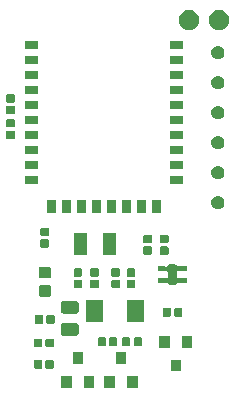
<source format=gbr>
G04 #@! TF.GenerationSoftware,KiCad,Pcbnew,(5.1.6)-1*
G04 #@! TF.CreationDate,2021-05-25T10:57:31+03:00*
G04 #@! TF.ProjectId,parasite,70617261-7369-4746-952e-6b696361645f,1.0.0*
G04 #@! TF.SameCoordinates,Original*
G04 #@! TF.FileFunction,Soldermask,Top*
G04 #@! TF.FilePolarity,Negative*
%FSLAX46Y46*%
G04 Gerber Fmt 4.6, Leading zero omitted, Abs format (unit mm)*
G04 Created by KiCad (PCBNEW (5.1.6)-1) date 2021-05-25 10:57:31*
%MOMM*%
%LPD*%
G01*
G04 APERTURE LIST*
%ADD10C,0.100000*%
G04 APERTURE END LIST*
D10*
G36*
X69851000Y-60201000D02*
G01*
X68949000Y-60201000D01*
X68949000Y-59199000D01*
X69851000Y-59199000D01*
X69851000Y-60201000D01*
G37*
G36*
X67951000Y-60201000D02*
G01*
X67049000Y-60201000D01*
X67049000Y-59199000D01*
X67951000Y-59199000D01*
X67951000Y-60201000D01*
G37*
G36*
X64301000Y-60201000D02*
G01*
X63399000Y-60201000D01*
X63399000Y-59199000D01*
X64301000Y-59199000D01*
X64301000Y-60201000D01*
G37*
G36*
X66201000Y-60201000D02*
G01*
X65299000Y-60201000D01*
X65299000Y-59199000D01*
X66201000Y-59199000D01*
X66201000Y-60201000D01*
G37*
G36*
X73551000Y-58801000D02*
G01*
X72649000Y-58801000D01*
X72649000Y-57799000D01*
X73551000Y-57799000D01*
X73551000Y-58801000D01*
G37*
G36*
X61686938Y-57831716D02*
G01*
X61707557Y-57837971D01*
X61726553Y-57848124D01*
X61743208Y-57861792D01*
X61756876Y-57878447D01*
X61767029Y-57897443D01*
X61773284Y-57918062D01*
X61776000Y-57945640D01*
X61776000Y-58454360D01*
X61773284Y-58481938D01*
X61767029Y-58502557D01*
X61756876Y-58521553D01*
X61743208Y-58538208D01*
X61726553Y-58551876D01*
X61707557Y-58562029D01*
X61686938Y-58568284D01*
X61659360Y-58571000D01*
X61200640Y-58571000D01*
X61173062Y-58568284D01*
X61152443Y-58562029D01*
X61133447Y-58551876D01*
X61116792Y-58538208D01*
X61103124Y-58521553D01*
X61092971Y-58502557D01*
X61086716Y-58481938D01*
X61084000Y-58454360D01*
X61084000Y-57945640D01*
X61086716Y-57918062D01*
X61092971Y-57897443D01*
X61103124Y-57878447D01*
X61116792Y-57861792D01*
X61133447Y-57848124D01*
X61152443Y-57837971D01*
X61173062Y-57831716D01*
X61200640Y-57829000D01*
X61659360Y-57829000D01*
X61686938Y-57831716D01*
G37*
G36*
X62656938Y-57831716D02*
G01*
X62677557Y-57837971D01*
X62696553Y-57848124D01*
X62713208Y-57861792D01*
X62726876Y-57878447D01*
X62737029Y-57897443D01*
X62743284Y-57918062D01*
X62746000Y-57945640D01*
X62746000Y-58454360D01*
X62743284Y-58481938D01*
X62737029Y-58502557D01*
X62726876Y-58521553D01*
X62713208Y-58538208D01*
X62696553Y-58551876D01*
X62677557Y-58562029D01*
X62656938Y-58568284D01*
X62629360Y-58571000D01*
X62170640Y-58571000D01*
X62143062Y-58568284D01*
X62122443Y-58562029D01*
X62103447Y-58551876D01*
X62086792Y-58538208D01*
X62073124Y-58521553D01*
X62062971Y-58502557D01*
X62056716Y-58481938D01*
X62054000Y-58454360D01*
X62054000Y-57945640D01*
X62056716Y-57918062D01*
X62062971Y-57897443D01*
X62073124Y-57878447D01*
X62086792Y-57861792D01*
X62103447Y-57848124D01*
X62122443Y-57837971D01*
X62143062Y-57831716D01*
X62170640Y-57829000D01*
X62629360Y-57829000D01*
X62656938Y-57831716D01*
G37*
G36*
X68901000Y-58201000D02*
G01*
X67999000Y-58201000D01*
X67999000Y-57199000D01*
X68901000Y-57199000D01*
X68901000Y-58201000D01*
G37*
G36*
X65251000Y-58201000D02*
G01*
X64349000Y-58201000D01*
X64349000Y-57199000D01*
X65251000Y-57199000D01*
X65251000Y-58201000D01*
G37*
G36*
X74501000Y-56801000D02*
G01*
X73599000Y-56801000D01*
X73599000Y-55799000D01*
X74501000Y-55799000D01*
X74501000Y-56801000D01*
G37*
G36*
X72601000Y-56801000D02*
G01*
X71699000Y-56801000D01*
X71699000Y-55799000D01*
X72601000Y-55799000D01*
X72601000Y-56801000D01*
G37*
G36*
X61686938Y-56031716D02*
G01*
X61707557Y-56037971D01*
X61726553Y-56048124D01*
X61743208Y-56061792D01*
X61756876Y-56078447D01*
X61767029Y-56097443D01*
X61773284Y-56118062D01*
X61776000Y-56145640D01*
X61776000Y-56654360D01*
X61773284Y-56681938D01*
X61767029Y-56702557D01*
X61756876Y-56721553D01*
X61743208Y-56738208D01*
X61726553Y-56751876D01*
X61707557Y-56762029D01*
X61686938Y-56768284D01*
X61659360Y-56771000D01*
X61200640Y-56771000D01*
X61173062Y-56768284D01*
X61152443Y-56762029D01*
X61133447Y-56751876D01*
X61116792Y-56738208D01*
X61103124Y-56721553D01*
X61092971Y-56702557D01*
X61086716Y-56681938D01*
X61084000Y-56654360D01*
X61084000Y-56145640D01*
X61086716Y-56118062D01*
X61092971Y-56097443D01*
X61103124Y-56078447D01*
X61116792Y-56061792D01*
X61133447Y-56048124D01*
X61152443Y-56037971D01*
X61173062Y-56031716D01*
X61200640Y-56029000D01*
X61659360Y-56029000D01*
X61686938Y-56031716D01*
G37*
G36*
X62656938Y-56031716D02*
G01*
X62677557Y-56037971D01*
X62696553Y-56048124D01*
X62713208Y-56061792D01*
X62726876Y-56078447D01*
X62737029Y-56097443D01*
X62743284Y-56118062D01*
X62746000Y-56145640D01*
X62746000Y-56654360D01*
X62743284Y-56681938D01*
X62737029Y-56702557D01*
X62726876Y-56721553D01*
X62713208Y-56738208D01*
X62696553Y-56751876D01*
X62677557Y-56762029D01*
X62656938Y-56768284D01*
X62629360Y-56771000D01*
X62170640Y-56771000D01*
X62143062Y-56768284D01*
X62122443Y-56762029D01*
X62103447Y-56751876D01*
X62086792Y-56738208D01*
X62073124Y-56721553D01*
X62062971Y-56702557D01*
X62056716Y-56681938D01*
X62054000Y-56654360D01*
X62054000Y-56145640D01*
X62056716Y-56118062D01*
X62062971Y-56097443D01*
X62073124Y-56078447D01*
X62086792Y-56061792D01*
X62103447Y-56048124D01*
X62122443Y-56037971D01*
X62143062Y-56031716D01*
X62170640Y-56029000D01*
X62629360Y-56029000D01*
X62656938Y-56031716D01*
G37*
G36*
X69156938Y-55931716D02*
G01*
X69177557Y-55937971D01*
X69196553Y-55948124D01*
X69213208Y-55961792D01*
X69226876Y-55978447D01*
X69237029Y-55997443D01*
X69243284Y-56018062D01*
X69246000Y-56045640D01*
X69246000Y-56554360D01*
X69243284Y-56581938D01*
X69237029Y-56602557D01*
X69226876Y-56621553D01*
X69213208Y-56638208D01*
X69196553Y-56651876D01*
X69177557Y-56662029D01*
X69156938Y-56668284D01*
X69129360Y-56671000D01*
X68670640Y-56671000D01*
X68643062Y-56668284D01*
X68622443Y-56662029D01*
X68603447Y-56651876D01*
X68586792Y-56638208D01*
X68573124Y-56621553D01*
X68562971Y-56602557D01*
X68556716Y-56581938D01*
X68554000Y-56554360D01*
X68554000Y-56045640D01*
X68556716Y-56018062D01*
X68562971Y-55997443D01*
X68573124Y-55978447D01*
X68586792Y-55961792D01*
X68603447Y-55948124D01*
X68622443Y-55937971D01*
X68643062Y-55931716D01*
X68670640Y-55929000D01*
X69129360Y-55929000D01*
X69156938Y-55931716D01*
G37*
G36*
X70126938Y-55931716D02*
G01*
X70147557Y-55937971D01*
X70166553Y-55948124D01*
X70183208Y-55961792D01*
X70196876Y-55978447D01*
X70207029Y-55997443D01*
X70213284Y-56018062D01*
X70216000Y-56045640D01*
X70216000Y-56554360D01*
X70213284Y-56581938D01*
X70207029Y-56602557D01*
X70196876Y-56621553D01*
X70183208Y-56638208D01*
X70166553Y-56651876D01*
X70147557Y-56662029D01*
X70126938Y-56668284D01*
X70099360Y-56671000D01*
X69640640Y-56671000D01*
X69613062Y-56668284D01*
X69592443Y-56662029D01*
X69573447Y-56651876D01*
X69556792Y-56638208D01*
X69543124Y-56621553D01*
X69532971Y-56602557D01*
X69526716Y-56581938D01*
X69524000Y-56554360D01*
X69524000Y-56045640D01*
X69526716Y-56018062D01*
X69532971Y-55997443D01*
X69543124Y-55978447D01*
X69556792Y-55961792D01*
X69573447Y-55948124D01*
X69592443Y-55937971D01*
X69613062Y-55931716D01*
X69640640Y-55929000D01*
X70099360Y-55929000D01*
X70126938Y-55931716D01*
G37*
G36*
X68041938Y-55931716D02*
G01*
X68062557Y-55937971D01*
X68081553Y-55948124D01*
X68098208Y-55961792D01*
X68111876Y-55978447D01*
X68122029Y-55997443D01*
X68128284Y-56018062D01*
X68131000Y-56045640D01*
X68131000Y-56554360D01*
X68128284Y-56581938D01*
X68122029Y-56602557D01*
X68111876Y-56621553D01*
X68098208Y-56638208D01*
X68081553Y-56651876D01*
X68062557Y-56662029D01*
X68041938Y-56668284D01*
X68014360Y-56671000D01*
X67555640Y-56671000D01*
X67528062Y-56668284D01*
X67507443Y-56662029D01*
X67488447Y-56651876D01*
X67471792Y-56638208D01*
X67458124Y-56621553D01*
X67447971Y-56602557D01*
X67441716Y-56581938D01*
X67439000Y-56554360D01*
X67439000Y-56045640D01*
X67441716Y-56018062D01*
X67447971Y-55997443D01*
X67458124Y-55978447D01*
X67471792Y-55961792D01*
X67488447Y-55948124D01*
X67507443Y-55937971D01*
X67528062Y-55931716D01*
X67555640Y-55929000D01*
X68014360Y-55929000D01*
X68041938Y-55931716D01*
G37*
G36*
X67071938Y-55931716D02*
G01*
X67092557Y-55937971D01*
X67111553Y-55948124D01*
X67128208Y-55961792D01*
X67141876Y-55978447D01*
X67152029Y-55997443D01*
X67158284Y-56018062D01*
X67161000Y-56045640D01*
X67161000Y-56554360D01*
X67158284Y-56581938D01*
X67152029Y-56602557D01*
X67141876Y-56621553D01*
X67128208Y-56638208D01*
X67111553Y-56651876D01*
X67092557Y-56662029D01*
X67071938Y-56668284D01*
X67044360Y-56671000D01*
X66585640Y-56671000D01*
X66558062Y-56668284D01*
X66537443Y-56662029D01*
X66518447Y-56651876D01*
X66501792Y-56638208D01*
X66488124Y-56621553D01*
X66477971Y-56602557D01*
X66471716Y-56581938D01*
X66469000Y-56554360D01*
X66469000Y-56045640D01*
X66471716Y-56018062D01*
X66477971Y-55997443D01*
X66488124Y-55978447D01*
X66501792Y-55961792D01*
X66518447Y-55948124D01*
X66537443Y-55937971D01*
X66558062Y-55931716D01*
X66585640Y-55929000D01*
X67044360Y-55929000D01*
X67071938Y-55931716D01*
G37*
G36*
X64684468Y-54703565D02*
G01*
X64723138Y-54715296D01*
X64758777Y-54734346D01*
X64790017Y-54759983D01*
X64815654Y-54791223D01*
X64834704Y-54826862D01*
X64846435Y-54865532D01*
X64851000Y-54911888D01*
X64851000Y-55563112D01*
X64846435Y-55609468D01*
X64834704Y-55648138D01*
X64815654Y-55683777D01*
X64790017Y-55715017D01*
X64758777Y-55740654D01*
X64723138Y-55759704D01*
X64684468Y-55771435D01*
X64638112Y-55776000D01*
X63561888Y-55776000D01*
X63515532Y-55771435D01*
X63476862Y-55759704D01*
X63441223Y-55740654D01*
X63409983Y-55715017D01*
X63384346Y-55683777D01*
X63365296Y-55648138D01*
X63353565Y-55609468D01*
X63349000Y-55563112D01*
X63349000Y-54911888D01*
X63353565Y-54865532D01*
X63365296Y-54826862D01*
X63384346Y-54791223D01*
X63409983Y-54759983D01*
X63441223Y-54734346D01*
X63476862Y-54715296D01*
X63515532Y-54703565D01*
X63561888Y-54699000D01*
X64638112Y-54699000D01*
X64684468Y-54703565D01*
G37*
G36*
X62741938Y-54031716D02*
G01*
X62762557Y-54037971D01*
X62781553Y-54048124D01*
X62798208Y-54061792D01*
X62811876Y-54078447D01*
X62822029Y-54097443D01*
X62828284Y-54118062D01*
X62831000Y-54145640D01*
X62831000Y-54654360D01*
X62828284Y-54681938D01*
X62822029Y-54702557D01*
X62811876Y-54721553D01*
X62798208Y-54738208D01*
X62781553Y-54751876D01*
X62762557Y-54762029D01*
X62741938Y-54768284D01*
X62714360Y-54771000D01*
X62255640Y-54771000D01*
X62228062Y-54768284D01*
X62207443Y-54762029D01*
X62188447Y-54751876D01*
X62171792Y-54738208D01*
X62158124Y-54721553D01*
X62147971Y-54702557D01*
X62141716Y-54681938D01*
X62139000Y-54654360D01*
X62139000Y-54145640D01*
X62141716Y-54118062D01*
X62147971Y-54097443D01*
X62158124Y-54078447D01*
X62171792Y-54061792D01*
X62188447Y-54048124D01*
X62207443Y-54037971D01*
X62228062Y-54031716D01*
X62255640Y-54029000D01*
X62714360Y-54029000D01*
X62741938Y-54031716D01*
G37*
G36*
X61771938Y-54031716D02*
G01*
X61792557Y-54037971D01*
X61811553Y-54048124D01*
X61828208Y-54061792D01*
X61841876Y-54078447D01*
X61852029Y-54097443D01*
X61858284Y-54118062D01*
X61861000Y-54145640D01*
X61861000Y-54654360D01*
X61858284Y-54681938D01*
X61852029Y-54702557D01*
X61841876Y-54721553D01*
X61828208Y-54738208D01*
X61811553Y-54751876D01*
X61792557Y-54762029D01*
X61771938Y-54768284D01*
X61744360Y-54771000D01*
X61285640Y-54771000D01*
X61258062Y-54768284D01*
X61237443Y-54762029D01*
X61218447Y-54751876D01*
X61201792Y-54738208D01*
X61188124Y-54721553D01*
X61177971Y-54702557D01*
X61171716Y-54681938D01*
X61169000Y-54654360D01*
X61169000Y-54145640D01*
X61171716Y-54118062D01*
X61177971Y-54097443D01*
X61188124Y-54078447D01*
X61201792Y-54061792D01*
X61218447Y-54048124D01*
X61237443Y-54037971D01*
X61258062Y-54031716D01*
X61285640Y-54029000D01*
X61744360Y-54029000D01*
X61771938Y-54031716D01*
G37*
G36*
X70401000Y-54601000D02*
G01*
X68999000Y-54601000D01*
X68999000Y-52799000D01*
X70401000Y-52799000D01*
X70401000Y-54601000D01*
G37*
G36*
X66901000Y-54601000D02*
G01*
X65499000Y-54601000D01*
X65499000Y-52799000D01*
X66901000Y-52799000D01*
X66901000Y-54601000D01*
G37*
G36*
X72586938Y-53431716D02*
G01*
X72607557Y-53437971D01*
X72626553Y-53448124D01*
X72643208Y-53461792D01*
X72656876Y-53478447D01*
X72667029Y-53497443D01*
X72673284Y-53518062D01*
X72676000Y-53545640D01*
X72676000Y-54054360D01*
X72673284Y-54081938D01*
X72667029Y-54102557D01*
X72656876Y-54121553D01*
X72643208Y-54138208D01*
X72626553Y-54151876D01*
X72607557Y-54162029D01*
X72586938Y-54168284D01*
X72559360Y-54171000D01*
X72100640Y-54171000D01*
X72073062Y-54168284D01*
X72052443Y-54162029D01*
X72033447Y-54151876D01*
X72016792Y-54138208D01*
X72003124Y-54121553D01*
X71992971Y-54102557D01*
X71986716Y-54081938D01*
X71984000Y-54054360D01*
X71984000Y-53545640D01*
X71986716Y-53518062D01*
X71992971Y-53497443D01*
X72003124Y-53478447D01*
X72016792Y-53461792D01*
X72033447Y-53448124D01*
X72052443Y-53437971D01*
X72073062Y-53431716D01*
X72100640Y-53429000D01*
X72559360Y-53429000D01*
X72586938Y-53431716D01*
G37*
G36*
X73556938Y-53431716D02*
G01*
X73577557Y-53437971D01*
X73596553Y-53448124D01*
X73613208Y-53461792D01*
X73626876Y-53478447D01*
X73637029Y-53497443D01*
X73643284Y-53518062D01*
X73646000Y-53545640D01*
X73646000Y-54054360D01*
X73643284Y-54081938D01*
X73637029Y-54102557D01*
X73626876Y-54121553D01*
X73613208Y-54138208D01*
X73596553Y-54151876D01*
X73577557Y-54162029D01*
X73556938Y-54168284D01*
X73529360Y-54171000D01*
X73070640Y-54171000D01*
X73043062Y-54168284D01*
X73022443Y-54162029D01*
X73003447Y-54151876D01*
X72986792Y-54138208D01*
X72973124Y-54121553D01*
X72962971Y-54102557D01*
X72956716Y-54081938D01*
X72954000Y-54054360D01*
X72954000Y-53545640D01*
X72956716Y-53518062D01*
X72962971Y-53497443D01*
X72973124Y-53478447D01*
X72986792Y-53461792D01*
X73003447Y-53448124D01*
X73022443Y-53437971D01*
X73043062Y-53431716D01*
X73070640Y-53429000D01*
X73529360Y-53429000D01*
X73556938Y-53431716D01*
G37*
G36*
X64684468Y-52828565D02*
G01*
X64723138Y-52840296D01*
X64758777Y-52859346D01*
X64790017Y-52884983D01*
X64815654Y-52916223D01*
X64834704Y-52951862D01*
X64846435Y-52990532D01*
X64851000Y-53036888D01*
X64851000Y-53688112D01*
X64846435Y-53734468D01*
X64834704Y-53773138D01*
X64815654Y-53808777D01*
X64790017Y-53840017D01*
X64758777Y-53865654D01*
X64723138Y-53884704D01*
X64684468Y-53896435D01*
X64638112Y-53901000D01*
X63561888Y-53901000D01*
X63515532Y-53896435D01*
X63476862Y-53884704D01*
X63441223Y-53865654D01*
X63409983Y-53840017D01*
X63384346Y-53808777D01*
X63365296Y-53773138D01*
X63353565Y-53734468D01*
X63349000Y-53688112D01*
X63349000Y-53036888D01*
X63353565Y-52990532D01*
X63365296Y-52951862D01*
X63384346Y-52916223D01*
X63409983Y-52884983D01*
X63441223Y-52859346D01*
X63476862Y-52840296D01*
X63515532Y-52828565D01*
X63561888Y-52824000D01*
X64638112Y-52824000D01*
X64684468Y-52828565D01*
G37*
G36*
X62379591Y-51515585D02*
G01*
X62413569Y-51525893D01*
X62444890Y-51542634D01*
X62472339Y-51565161D01*
X62494866Y-51592610D01*
X62511607Y-51623931D01*
X62521915Y-51657909D01*
X62526000Y-51699390D01*
X62526000Y-52300610D01*
X62521915Y-52342091D01*
X62511607Y-52376069D01*
X62494866Y-52407390D01*
X62472339Y-52434839D01*
X62444890Y-52457366D01*
X62413569Y-52474107D01*
X62379591Y-52484415D01*
X62338110Y-52488500D01*
X61661890Y-52488500D01*
X61620409Y-52484415D01*
X61586431Y-52474107D01*
X61555110Y-52457366D01*
X61527661Y-52434839D01*
X61505134Y-52407390D01*
X61488393Y-52376069D01*
X61478085Y-52342091D01*
X61474000Y-52300610D01*
X61474000Y-51699390D01*
X61478085Y-51657909D01*
X61488393Y-51623931D01*
X61505134Y-51592610D01*
X61527661Y-51565161D01*
X61555110Y-51542634D01*
X61586431Y-51525893D01*
X61620409Y-51515585D01*
X61661890Y-51511500D01*
X62338110Y-51511500D01*
X62379591Y-51515585D01*
G37*
G36*
X65081938Y-51056716D02*
G01*
X65102557Y-51062971D01*
X65121553Y-51073124D01*
X65138208Y-51086792D01*
X65151876Y-51103447D01*
X65162029Y-51122443D01*
X65168284Y-51143062D01*
X65171000Y-51170640D01*
X65171000Y-51629360D01*
X65168284Y-51656938D01*
X65162029Y-51677557D01*
X65151876Y-51696553D01*
X65138208Y-51713208D01*
X65121553Y-51726876D01*
X65102557Y-51737029D01*
X65081938Y-51743284D01*
X65054360Y-51746000D01*
X64545640Y-51746000D01*
X64518062Y-51743284D01*
X64497443Y-51737029D01*
X64478447Y-51726876D01*
X64461792Y-51713208D01*
X64448124Y-51696553D01*
X64437971Y-51677557D01*
X64431716Y-51656938D01*
X64429000Y-51629360D01*
X64429000Y-51170640D01*
X64431716Y-51143062D01*
X64437971Y-51122443D01*
X64448124Y-51103447D01*
X64461792Y-51086792D01*
X64478447Y-51073124D01*
X64497443Y-51062971D01*
X64518062Y-51056716D01*
X64545640Y-51054000D01*
X65054360Y-51054000D01*
X65081938Y-51056716D01*
G37*
G36*
X68281938Y-51056716D02*
G01*
X68302557Y-51062971D01*
X68321553Y-51073124D01*
X68338208Y-51086792D01*
X68351876Y-51103447D01*
X68362029Y-51122443D01*
X68368284Y-51143062D01*
X68371000Y-51170640D01*
X68371000Y-51629360D01*
X68368284Y-51656938D01*
X68362029Y-51677557D01*
X68351876Y-51696553D01*
X68338208Y-51713208D01*
X68321553Y-51726876D01*
X68302557Y-51737029D01*
X68281938Y-51743284D01*
X68254360Y-51746000D01*
X67745640Y-51746000D01*
X67718062Y-51743284D01*
X67697443Y-51737029D01*
X67678447Y-51726876D01*
X67661792Y-51713208D01*
X67648124Y-51696553D01*
X67637971Y-51677557D01*
X67631716Y-51656938D01*
X67629000Y-51629360D01*
X67629000Y-51170640D01*
X67631716Y-51143062D01*
X67637971Y-51122443D01*
X67648124Y-51103447D01*
X67661792Y-51086792D01*
X67678447Y-51073124D01*
X67697443Y-51062971D01*
X67718062Y-51056716D01*
X67745640Y-51054000D01*
X68254360Y-51054000D01*
X68281938Y-51056716D01*
G37*
G36*
X69581938Y-51056716D02*
G01*
X69602557Y-51062971D01*
X69621553Y-51073124D01*
X69638208Y-51086792D01*
X69651876Y-51103447D01*
X69662029Y-51122443D01*
X69668284Y-51143062D01*
X69671000Y-51170640D01*
X69671000Y-51629360D01*
X69668284Y-51656938D01*
X69662029Y-51677557D01*
X69651876Y-51696553D01*
X69638208Y-51713208D01*
X69621553Y-51726876D01*
X69602557Y-51737029D01*
X69581938Y-51743284D01*
X69554360Y-51746000D01*
X69045640Y-51746000D01*
X69018062Y-51743284D01*
X68997443Y-51737029D01*
X68978447Y-51726876D01*
X68961792Y-51713208D01*
X68948124Y-51696553D01*
X68937971Y-51677557D01*
X68931716Y-51656938D01*
X68929000Y-51629360D01*
X68929000Y-51170640D01*
X68931716Y-51143062D01*
X68937971Y-51122443D01*
X68948124Y-51103447D01*
X68961792Y-51086792D01*
X68978447Y-51073124D01*
X68997443Y-51062971D01*
X69018062Y-51056716D01*
X69045640Y-51054000D01*
X69554360Y-51054000D01*
X69581938Y-51056716D01*
G37*
G36*
X66481938Y-51056716D02*
G01*
X66502557Y-51062971D01*
X66521553Y-51073124D01*
X66538208Y-51086792D01*
X66551876Y-51103447D01*
X66562029Y-51122443D01*
X66568284Y-51143062D01*
X66571000Y-51170640D01*
X66571000Y-51629360D01*
X66568284Y-51656938D01*
X66562029Y-51677557D01*
X66551876Y-51696553D01*
X66538208Y-51713208D01*
X66521553Y-51726876D01*
X66502557Y-51737029D01*
X66481938Y-51743284D01*
X66454360Y-51746000D01*
X65945640Y-51746000D01*
X65918062Y-51743284D01*
X65897443Y-51737029D01*
X65878447Y-51726876D01*
X65861792Y-51713208D01*
X65848124Y-51696553D01*
X65837971Y-51677557D01*
X65831716Y-51656938D01*
X65829000Y-51629360D01*
X65829000Y-51170640D01*
X65831716Y-51143062D01*
X65837971Y-51122443D01*
X65848124Y-51103447D01*
X65861792Y-51086792D01*
X65878447Y-51073124D01*
X65897443Y-51062971D01*
X65918062Y-51056716D01*
X65945640Y-51054000D01*
X66454360Y-51054000D01*
X66481938Y-51056716D01*
G37*
G36*
X73089802Y-49752244D02*
G01*
X73115579Y-49760064D01*
X73139333Y-49772761D01*
X73160153Y-49789847D01*
X73177239Y-49810667D01*
X73189936Y-49834422D01*
X73194717Y-49850180D01*
X73204095Y-49872819D01*
X73217709Y-49893193D01*
X73235037Y-49910519D01*
X73255412Y-49924133D01*
X73278051Y-49933509D01*
X73302084Y-49938289D01*
X73326588Y-49938289D01*
X73350621Y-49933508D01*
X73373260Y-49924130D01*
X73393634Y-49910516D01*
X73410959Y-49893190D01*
X73414219Y-49889217D01*
X73421776Y-49883016D01*
X73430405Y-49878403D01*
X73439768Y-49875563D01*
X73455640Y-49874000D01*
X73994360Y-49874000D01*
X74010232Y-49875563D01*
X74019595Y-49878403D01*
X74028224Y-49883016D01*
X74035782Y-49889218D01*
X74041984Y-49896776D01*
X74046597Y-49905405D01*
X74049437Y-49914768D01*
X74051000Y-49930640D01*
X74051000Y-50269360D01*
X74049437Y-50285232D01*
X74046597Y-50294595D01*
X74041984Y-50303224D01*
X74035782Y-50310782D01*
X74028224Y-50316984D01*
X74019595Y-50321597D01*
X74010232Y-50324437D01*
X73994360Y-50326000D01*
X73455640Y-50326000D01*
X73439768Y-50324437D01*
X73430405Y-50321597D01*
X73421779Y-50316986D01*
X73405296Y-50303459D01*
X73384921Y-50289846D01*
X73362282Y-50280469D01*
X73338249Y-50275689D01*
X73313745Y-50275689D01*
X73289711Y-50280470D01*
X73267073Y-50289848D01*
X73246699Y-50303462D01*
X73229372Y-50320789D01*
X73215759Y-50341164D01*
X73206382Y-50363803D01*
X73201000Y-50400086D01*
X73201000Y-50799914D01*
X73203402Y-50824300D01*
X73210515Y-50847749D01*
X73222066Y-50869360D01*
X73237611Y-50888302D01*
X73256553Y-50903847D01*
X73278164Y-50915398D01*
X73301613Y-50922511D01*
X73325999Y-50924913D01*
X73350385Y-50922511D01*
X73373834Y-50915398D01*
X73405296Y-50896541D01*
X73421779Y-50883014D01*
X73430405Y-50878403D01*
X73439768Y-50875563D01*
X73455640Y-50874000D01*
X73994360Y-50874000D01*
X74010232Y-50875563D01*
X74019595Y-50878403D01*
X74028224Y-50883016D01*
X74035782Y-50889218D01*
X74041984Y-50896776D01*
X74046597Y-50905405D01*
X74049437Y-50914768D01*
X74051000Y-50930640D01*
X74051000Y-51269360D01*
X74049437Y-51285232D01*
X74046597Y-51294595D01*
X74041984Y-51303224D01*
X74035782Y-51310782D01*
X74028224Y-51316984D01*
X74019595Y-51321597D01*
X74010232Y-51324437D01*
X73994360Y-51326000D01*
X73455640Y-51326000D01*
X73439768Y-51324437D01*
X73430405Y-51321597D01*
X73421776Y-51316984D01*
X73414219Y-51310783D01*
X73410959Y-51306810D01*
X73393632Y-51289483D01*
X73373258Y-51275869D01*
X73350619Y-51266492D01*
X73326586Y-51261711D01*
X73302082Y-51261711D01*
X73278048Y-51266491D01*
X73255410Y-51275868D01*
X73235035Y-51289482D01*
X73217708Y-51306809D01*
X73204094Y-51327183D01*
X73194717Y-51349820D01*
X73189936Y-51365578D01*
X73177239Y-51389333D01*
X73160153Y-51410153D01*
X73139333Y-51427239D01*
X73115579Y-51439936D01*
X73089802Y-51447756D01*
X73056862Y-51451000D01*
X72543138Y-51451000D01*
X72510198Y-51447756D01*
X72484421Y-51439936D01*
X72460667Y-51427239D01*
X72439847Y-51410153D01*
X72422761Y-51389333D01*
X72410064Y-51365578D01*
X72405283Y-51349820D01*
X72395905Y-51327181D01*
X72382291Y-51306807D01*
X72364963Y-51289481D01*
X72344588Y-51275867D01*
X72321949Y-51266491D01*
X72297916Y-51261711D01*
X72273412Y-51261711D01*
X72249379Y-51266492D01*
X72226740Y-51275870D01*
X72206366Y-51289484D01*
X72189041Y-51306810D01*
X72185781Y-51310783D01*
X72178224Y-51316984D01*
X72169595Y-51321597D01*
X72160232Y-51324437D01*
X72144360Y-51326000D01*
X71605640Y-51326000D01*
X71589768Y-51324437D01*
X71580405Y-51321597D01*
X71571776Y-51316984D01*
X71564218Y-51310782D01*
X71558016Y-51303224D01*
X71553403Y-51294595D01*
X71550563Y-51285232D01*
X71549000Y-51269360D01*
X71549000Y-50930640D01*
X71550563Y-50914768D01*
X71553403Y-50905405D01*
X71558016Y-50896776D01*
X71564218Y-50889218D01*
X71571776Y-50883016D01*
X71580405Y-50878403D01*
X71589768Y-50875563D01*
X71605640Y-50874000D01*
X72144360Y-50874000D01*
X72160232Y-50875563D01*
X72169595Y-50878403D01*
X72178221Y-50883014D01*
X72194704Y-50896541D01*
X72215079Y-50910154D01*
X72237718Y-50919531D01*
X72261751Y-50924311D01*
X72286255Y-50924311D01*
X72310289Y-50919530D01*
X72332927Y-50910152D01*
X72353301Y-50896538D01*
X72370628Y-50879211D01*
X72384241Y-50858836D01*
X72393618Y-50836197D01*
X72399000Y-50799914D01*
X72399000Y-50400086D01*
X72396598Y-50375700D01*
X72389485Y-50352251D01*
X72377934Y-50330640D01*
X72362389Y-50311698D01*
X72343447Y-50296153D01*
X72321836Y-50284602D01*
X72298387Y-50277489D01*
X72274001Y-50275087D01*
X72249615Y-50277489D01*
X72226166Y-50284602D01*
X72194704Y-50303459D01*
X72178221Y-50316986D01*
X72169595Y-50321597D01*
X72160232Y-50324437D01*
X72144360Y-50326000D01*
X71605640Y-50326000D01*
X71589768Y-50324437D01*
X71580405Y-50321597D01*
X71571776Y-50316984D01*
X71564218Y-50310782D01*
X71558016Y-50303224D01*
X71553403Y-50294595D01*
X71550563Y-50285232D01*
X71549000Y-50269360D01*
X71549000Y-49930640D01*
X71550563Y-49914768D01*
X71553403Y-49905405D01*
X71558016Y-49896776D01*
X71564218Y-49889218D01*
X71571776Y-49883016D01*
X71580405Y-49878403D01*
X71589768Y-49875563D01*
X71605640Y-49874000D01*
X72144360Y-49874000D01*
X72160232Y-49875563D01*
X72169595Y-49878403D01*
X72178224Y-49883016D01*
X72185781Y-49889217D01*
X72189041Y-49893190D01*
X72206368Y-49910517D01*
X72226742Y-49924131D01*
X72249381Y-49933508D01*
X72273414Y-49938289D01*
X72297918Y-49938289D01*
X72321952Y-49933509D01*
X72344590Y-49924132D01*
X72364965Y-49910518D01*
X72382292Y-49893191D01*
X72395906Y-49872817D01*
X72405283Y-49850180D01*
X72410064Y-49834422D01*
X72422761Y-49810667D01*
X72439847Y-49789847D01*
X72460667Y-49772761D01*
X72484421Y-49760064D01*
X72510198Y-49752244D01*
X72543138Y-49749000D01*
X73056862Y-49749000D01*
X73089802Y-49752244D01*
G37*
G36*
X62379591Y-49940585D02*
G01*
X62413569Y-49950893D01*
X62444890Y-49967634D01*
X62472339Y-49990161D01*
X62494866Y-50017610D01*
X62511607Y-50048931D01*
X62521915Y-50082909D01*
X62526000Y-50124390D01*
X62526000Y-50725610D01*
X62521915Y-50767091D01*
X62511607Y-50801069D01*
X62494866Y-50832390D01*
X62472339Y-50859839D01*
X62444890Y-50882366D01*
X62413569Y-50899107D01*
X62379591Y-50909415D01*
X62338110Y-50913500D01*
X61661890Y-50913500D01*
X61620409Y-50909415D01*
X61586431Y-50899107D01*
X61555110Y-50882366D01*
X61527661Y-50859839D01*
X61505134Y-50832390D01*
X61488393Y-50801069D01*
X61478085Y-50767091D01*
X61474000Y-50725610D01*
X61474000Y-50124390D01*
X61478085Y-50082909D01*
X61488393Y-50048931D01*
X61505134Y-50017610D01*
X61527661Y-49990161D01*
X61555110Y-49967634D01*
X61586431Y-49950893D01*
X61620409Y-49940585D01*
X61661890Y-49936500D01*
X62338110Y-49936500D01*
X62379591Y-49940585D01*
G37*
G36*
X68281938Y-50086716D02*
G01*
X68302557Y-50092971D01*
X68321553Y-50103124D01*
X68338208Y-50116792D01*
X68351876Y-50133447D01*
X68362029Y-50152443D01*
X68368284Y-50173062D01*
X68371000Y-50200640D01*
X68371000Y-50659360D01*
X68368284Y-50686938D01*
X68362029Y-50707557D01*
X68351876Y-50726553D01*
X68338208Y-50743208D01*
X68321553Y-50756876D01*
X68302557Y-50767029D01*
X68281938Y-50773284D01*
X68254360Y-50776000D01*
X67745640Y-50776000D01*
X67718062Y-50773284D01*
X67697443Y-50767029D01*
X67678447Y-50756876D01*
X67661792Y-50743208D01*
X67648124Y-50726553D01*
X67637971Y-50707557D01*
X67631716Y-50686938D01*
X67629000Y-50659360D01*
X67629000Y-50200640D01*
X67631716Y-50173062D01*
X67637971Y-50152443D01*
X67648124Y-50133447D01*
X67661792Y-50116792D01*
X67678447Y-50103124D01*
X67697443Y-50092971D01*
X67718062Y-50086716D01*
X67745640Y-50084000D01*
X68254360Y-50084000D01*
X68281938Y-50086716D01*
G37*
G36*
X65081938Y-50086716D02*
G01*
X65102557Y-50092971D01*
X65121553Y-50103124D01*
X65138208Y-50116792D01*
X65151876Y-50133447D01*
X65162029Y-50152443D01*
X65168284Y-50173062D01*
X65171000Y-50200640D01*
X65171000Y-50659360D01*
X65168284Y-50686938D01*
X65162029Y-50707557D01*
X65151876Y-50726553D01*
X65138208Y-50743208D01*
X65121553Y-50756876D01*
X65102557Y-50767029D01*
X65081938Y-50773284D01*
X65054360Y-50776000D01*
X64545640Y-50776000D01*
X64518062Y-50773284D01*
X64497443Y-50767029D01*
X64478447Y-50756876D01*
X64461792Y-50743208D01*
X64448124Y-50726553D01*
X64437971Y-50707557D01*
X64431716Y-50686938D01*
X64429000Y-50659360D01*
X64429000Y-50200640D01*
X64431716Y-50173062D01*
X64437971Y-50152443D01*
X64448124Y-50133447D01*
X64461792Y-50116792D01*
X64478447Y-50103124D01*
X64497443Y-50092971D01*
X64518062Y-50086716D01*
X64545640Y-50084000D01*
X65054360Y-50084000D01*
X65081938Y-50086716D01*
G37*
G36*
X69581938Y-50086716D02*
G01*
X69602557Y-50092971D01*
X69621553Y-50103124D01*
X69638208Y-50116792D01*
X69651876Y-50133447D01*
X69662029Y-50152443D01*
X69668284Y-50173062D01*
X69671000Y-50200640D01*
X69671000Y-50659360D01*
X69668284Y-50686938D01*
X69662029Y-50707557D01*
X69651876Y-50726553D01*
X69638208Y-50743208D01*
X69621553Y-50756876D01*
X69602557Y-50767029D01*
X69581938Y-50773284D01*
X69554360Y-50776000D01*
X69045640Y-50776000D01*
X69018062Y-50773284D01*
X68997443Y-50767029D01*
X68978447Y-50756876D01*
X68961792Y-50743208D01*
X68948124Y-50726553D01*
X68937971Y-50707557D01*
X68931716Y-50686938D01*
X68929000Y-50659360D01*
X68929000Y-50200640D01*
X68931716Y-50173062D01*
X68937971Y-50152443D01*
X68948124Y-50133447D01*
X68961792Y-50116792D01*
X68978447Y-50103124D01*
X68997443Y-50092971D01*
X69018062Y-50086716D01*
X69045640Y-50084000D01*
X69554360Y-50084000D01*
X69581938Y-50086716D01*
G37*
G36*
X66481938Y-50086716D02*
G01*
X66502557Y-50092971D01*
X66521553Y-50103124D01*
X66538208Y-50116792D01*
X66551876Y-50133447D01*
X66562029Y-50152443D01*
X66568284Y-50173062D01*
X66571000Y-50200640D01*
X66571000Y-50659360D01*
X66568284Y-50686938D01*
X66562029Y-50707557D01*
X66551876Y-50726553D01*
X66538208Y-50743208D01*
X66521553Y-50756876D01*
X66502557Y-50767029D01*
X66481938Y-50773284D01*
X66454360Y-50776000D01*
X65945640Y-50776000D01*
X65918062Y-50773284D01*
X65897443Y-50767029D01*
X65878447Y-50756876D01*
X65861792Y-50743208D01*
X65848124Y-50726553D01*
X65837971Y-50707557D01*
X65831716Y-50686938D01*
X65829000Y-50659360D01*
X65829000Y-50200640D01*
X65831716Y-50173062D01*
X65837971Y-50152443D01*
X65848124Y-50133447D01*
X65861792Y-50116792D01*
X65878447Y-50103124D01*
X65897443Y-50092971D01*
X65918062Y-50086716D01*
X65945640Y-50084000D01*
X66454360Y-50084000D01*
X66481938Y-50086716D01*
G37*
G36*
X65551000Y-48951000D02*
G01*
X64449000Y-48951000D01*
X64449000Y-47049000D01*
X65551000Y-47049000D01*
X65551000Y-48951000D01*
G37*
G36*
X68051000Y-48951000D02*
G01*
X66949000Y-48951000D01*
X66949000Y-47049000D01*
X68051000Y-47049000D01*
X68051000Y-48951000D01*
G37*
G36*
X72381938Y-48226716D02*
G01*
X72402557Y-48232971D01*
X72421553Y-48243124D01*
X72438208Y-48256792D01*
X72451876Y-48273447D01*
X72462029Y-48292443D01*
X72468284Y-48313062D01*
X72471000Y-48340640D01*
X72471000Y-48799360D01*
X72468284Y-48826938D01*
X72462029Y-48847557D01*
X72451876Y-48866553D01*
X72438208Y-48883208D01*
X72421553Y-48896876D01*
X72402557Y-48907029D01*
X72381938Y-48913284D01*
X72354360Y-48916000D01*
X71845640Y-48916000D01*
X71818062Y-48913284D01*
X71797443Y-48907029D01*
X71778447Y-48896876D01*
X71761792Y-48883208D01*
X71748124Y-48866553D01*
X71737971Y-48847557D01*
X71731716Y-48826938D01*
X71729000Y-48799360D01*
X71729000Y-48340640D01*
X71731716Y-48313062D01*
X71737971Y-48292443D01*
X71748124Y-48273447D01*
X71761792Y-48256792D01*
X71778447Y-48243124D01*
X71797443Y-48232971D01*
X71818062Y-48226716D01*
X71845640Y-48224000D01*
X72354360Y-48224000D01*
X72381938Y-48226716D01*
G37*
G36*
X70981938Y-48226716D02*
G01*
X71002557Y-48232971D01*
X71021553Y-48243124D01*
X71038208Y-48256792D01*
X71051876Y-48273447D01*
X71062029Y-48292443D01*
X71068284Y-48313062D01*
X71071000Y-48340640D01*
X71071000Y-48799360D01*
X71068284Y-48826938D01*
X71062029Y-48847557D01*
X71051876Y-48866553D01*
X71038208Y-48883208D01*
X71021553Y-48896876D01*
X71002557Y-48907029D01*
X70981938Y-48913284D01*
X70954360Y-48916000D01*
X70445640Y-48916000D01*
X70418062Y-48913284D01*
X70397443Y-48907029D01*
X70378447Y-48896876D01*
X70361792Y-48883208D01*
X70348124Y-48866553D01*
X70337971Y-48847557D01*
X70331716Y-48826938D01*
X70329000Y-48799360D01*
X70329000Y-48340640D01*
X70331716Y-48313062D01*
X70337971Y-48292443D01*
X70348124Y-48273447D01*
X70361792Y-48256792D01*
X70378447Y-48243124D01*
X70397443Y-48232971D01*
X70418062Y-48226716D01*
X70445640Y-48224000D01*
X70954360Y-48224000D01*
X70981938Y-48226716D01*
G37*
G36*
X62281938Y-47626716D02*
G01*
X62302557Y-47632971D01*
X62321553Y-47643124D01*
X62338208Y-47656792D01*
X62351876Y-47673447D01*
X62362029Y-47692443D01*
X62368284Y-47713062D01*
X62371000Y-47740640D01*
X62371000Y-48199360D01*
X62368284Y-48226938D01*
X62362029Y-48247557D01*
X62351876Y-48266553D01*
X62338208Y-48283208D01*
X62321553Y-48296876D01*
X62302557Y-48307029D01*
X62281938Y-48313284D01*
X62254360Y-48316000D01*
X61745640Y-48316000D01*
X61718062Y-48313284D01*
X61697443Y-48307029D01*
X61678447Y-48296876D01*
X61661792Y-48283208D01*
X61648124Y-48266553D01*
X61637971Y-48247557D01*
X61631716Y-48226938D01*
X61629000Y-48199360D01*
X61629000Y-47740640D01*
X61631716Y-47713062D01*
X61637971Y-47692443D01*
X61648124Y-47673447D01*
X61661792Y-47656792D01*
X61678447Y-47643124D01*
X61697443Y-47632971D01*
X61718062Y-47626716D01*
X61745640Y-47624000D01*
X62254360Y-47624000D01*
X62281938Y-47626716D01*
G37*
G36*
X72381938Y-47256716D02*
G01*
X72402557Y-47262971D01*
X72421553Y-47273124D01*
X72438208Y-47286792D01*
X72451876Y-47303447D01*
X72462029Y-47322443D01*
X72468284Y-47343062D01*
X72471000Y-47370640D01*
X72471000Y-47829360D01*
X72468284Y-47856938D01*
X72462029Y-47877557D01*
X72451876Y-47896553D01*
X72438208Y-47913208D01*
X72421553Y-47926876D01*
X72402557Y-47937029D01*
X72381938Y-47943284D01*
X72354360Y-47946000D01*
X71845640Y-47946000D01*
X71818062Y-47943284D01*
X71797443Y-47937029D01*
X71778447Y-47926876D01*
X71761792Y-47913208D01*
X71748124Y-47896553D01*
X71737971Y-47877557D01*
X71731716Y-47856938D01*
X71729000Y-47829360D01*
X71729000Y-47370640D01*
X71731716Y-47343062D01*
X71737971Y-47322443D01*
X71748124Y-47303447D01*
X71761792Y-47286792D01*
X71778447Y-47273124D01*
X71797443Y-47262971D01*
X71818062Y-47256716D01*
X71845640Y-47254000D01*
X72354360Y-47254000D01*
X72381938Y-47256716D01*
G37*
G36*
X70981938Y-47256716D02*
G01*
X71002557Y-47262971D01*
X71021553Y-47273124D01*
X71038208Y-47286792D01*
X71051876Y-47303447D01*
X71062029Y-47322443D01*
X71068284Y-47343062D01*
X71071000Y-47370640D01*
X71071000Y-47829360D01*
X71068284Y-47856938D01*
X71062029Y-47877557D01*
X71051876Y-47896553D01*
X71038208Y-47913208D01*
X71021553Y-47926876D01*
X71002557Y-47937029D01*
X70981938Y-47943284D01*
X70954360Y-47946000D01*
X70445640Y-47946000D01*
X70418062Y-47943284D01*
X70397443Y-47937029D01*
X70378447Y-47926876D01*
X70361792Y-47913208D01*
X70348124Y-47896553D01*
X70337971Y-47877557D01*
X70331716Y-47856938D01*
X70329000Y-47829360D01*
X70329000Y-47370640D01*
X70331716Y-47343062D01*
X70337971Y-47322443D01*
X70348124Y-47303447D01*
X70361792Y-47286792D01*
X70378447Y-47273124D01*
X70397443Y-47262971D01*
X70418062Y-47256716D01*
X70445640Y-47254000D01*
X70954360Y-47254000D01*
X70981938Y-47256716D01*
G37*
G36*
X62281938Y-46656716D02*
G01*
X62302557Y-46662971D01*
X62321553Y-46673124D01*
X62338208Y-46686792D01*
X62351876Y-46703447D01*
X62362029Y-46722443D01*
X62368284Y-46743062D01*
X62371000Y-46770640D01*
X62371000Y-47229360D01*
X62368284Y-47256938D01*
X62362029Y-47277557D01*
X62351876Y-47296553D01*
X62338208Y-47313208D01*
X62321553Y-47326876D01*
X62302557Y-47337029D01*
X62281938Y-47343284D01*
X62254360Y-47346000D01*
X61745640Y-47346000D01*
X61718062Y-47343284D01*
X61697443Y-47337029D01*
X61678447Y-47326876D01*
X61661792Y-47313208D01*
X61648124Y-47296553D01*
X61637971Y-47277557D01*
X61631716Y-47256938D01*
X61629000Y-47229360D01*
X61629000Y-46770640D01*
X61631716Y-46743062D01*
X61637971Y-46722443D01*
X61648124Y-46703447D01*
X61661792Y-46686792D01*
X61678447Y-46673124D01*
X61697443Y-46662971D01*
X61718062Y-46656716D01*
X61745640Y-46654000D01*
X62254360Y-46654000D01*
X62281938Y-46656716D01*
G37*
G36*
X70526000Y-45370000D02*
G01*
X69774000Y-45370000D01*
X69774000Y-44268000D01*
X70526000Y-44268000D01*
X70526000Y-45370000D01*
G37*
G36*
X62906000Y-45370000D02*
G01*
X62154000Y-45370000D01*
X62154000Y-44268000D01*
X62906000Y-44268000D01*
X62906000Y-45370000D01*
G37*
G36*
X69256000Y-45370000D02*
G01*
X68504000Y-45370000D01*
X68504000Y-44268000D01*
X69256000Y-44268000D01*
X69256000Y-45370000D01*
G37*
G36*
X64176000Y-45370000D02*
G01*
X63424000Y-45370000D01*
X63424000Y-44268000D01*
X64176000Y-44268000D01*
X64176000Y-45370000D01*
G37*
G36*
X67986000Y-45370000D02*
G01*
X67234000Y-45370000D01*
X67234000Y-44268000D01*
X67986000Y-44268000D01*
X67986000Y-45370000D01*
G37*
G36*
X71796000Y-45370000D02*
G01*
X71044000Y-45370000D01*
X71044000Y-44268000D01*
X71796000Y-44268000D01*
X71796000Y-45370000D01*
G37*
G36*
X66716000Y-45370000D02*
G01*
X65964000Y-45370000D01*
X65964000Y-44268000D01*
X66716000Y-44268000D01*
X66716000Y-45370000D01*
G37*
G36*
X65446000Y-45370000D02*
G01*
X64694000Y-45370000D01*
X64694000Y-44268000D01*
X65446000Y-44268000D01*
X65446000Y-45370000D01*
G37*
G36*
X76800721Y-43970174D02*
G01*
X76900995Y-44011709D01*
X76900996Y-44011710D01*
X76991242Y-44072010D01*
X77067990Y-44148758D01*
X77067991Y-44148760D01*
X77128291Y-44239005D01*
X77169826Y-44339279D01*
X77191000Y-44445730D01*
X77191000Y-44554270D01*
X77169826Y-44660721D01*
X77128291Y-44760995D01*
X77128290Y-44760996D01*
X77067990Y-44851242D01*
X76991242Y-44927990D01*
X76945812Y-44958345D01*
X76900995Y-44988291D01*
X76800721Y-45029826D01*
X76694270Y-45051000D01*
X76585730Y-45051000D01*
X76479279Y-45029826D01*
X76379005Y-44988291D01*
X76334188Y-44958345D01*
X76288758Y-44927990D01*
X76212010Y-44851242D01*
X76151710Y-44760996D01*
X76151709Y-44760995D01*
X76110174Y-44660721D01*
X76089000Y-44554270D01*
X76089000Y-44445730D01*
X76110174Y-44339279D01*
X76151709Y-44239005D01*
X76212009Y-44148760D01*
X76212010Y-44148758D01*
X76288758Y-44072010D01*
X76379004Y-44011710D01*
X76379005Y-44011709D01*
X76479279Y-43970174D01*
X76585730Y-43949000D01*
X76694270Y-43949000D01*
X76800721Y-43970174D01*
G37*
G36*
X61432000Y-42976000D02*
G01*
X60330000Y-42976000D01*
X60330000Y-42224000D01*
X61432000Y-42224000D01*
X61432000Y-42976000D01*
G37*
G36*
X73670000Y-42976000D02*
G01*
X72568000Y-42976000D01*
X72568000Y-42224000D01*
X73670000Y-42224000D01*
X73670000Y-42976000D01*
G37*
G36*
X76800721Y-41430174D02*
G01*
X76900995Y-41471709D01*
X76900996Y-41471710D01*
X76991242Y-41532010D01*
X77067990Y-41608758D01*
X77067991Y-41608760D01*
X77128291Y-41699005D01*
X77169826Y-41799279D01*
X77191000Y-41905730D01*
X77191000Y-42014270D01*
X77169826Y-42120721D01*
X77128291Y-42220995D01*
X77128290Y-42220996D01*
X77067990Y-42311242D01*
X76991242Y-42387990D01*
X76945812Y-42418345D01*
X76900995Y-42448291D01*
X76800721Y-42489826D01*
X76694270Y-42511000D01*
X76585730Y-42511000D01*
X76479279Y-42489826D01*
X76379005Y-42448291D01*
X76334188Y-42418345D01*
X76288758Y-42387990D01*
X76212010Y-42311242D01*
X76151710Y-42220996D01*
X76151709Y-42220995D01*
X76110174Y-42120721D01*
X76089000Y-42014270D01*
X76089000Y-41905730D01*
X76110174Y-41799279D01*
X76151709Y-41699005D01*
X76212009Y-41608760D01*
X76212010Y-41608758D01*
X76288758Y-41532010D01*
X76379004Y-41471710D01*
X76379005Y-41471709D01*
X76479279Y-41430174D01*
X76585730Y-41409000D01*
X76694270Y-41409000D01*
X76800721Y-41430174D01*
G37*
G36*
X73670000Y-41706000D02*
G01*
X72568000Y-41706000D01*
X72568000Y-40954000D01*
X73670000Y-40954000D01*
X73670000Y-41706000D01*
G37*
G36*
X61432000Y-41706000D02*
G01*
X60330000Y-41706000D01*
X60330000Y-40954000D01*
X61432000Y-40954000D01*
X61432000Y-41706000D01*
G37*
G36*
X61432000Y-40436000D02*
G01*
X60330000Y-40436000D01*
X60330000Y-39684000D01*
X61432000Y-39684000D01*
X61432000Y-40436000D01*
G37*
G36*
X73670000Y-40436000D02*
G01*
X72568000Y-40436000D01*
X72568000Y-39684000D01*
X73670000Y-39684000D01*
X73670000Y-40436000D01*
G37*
G36*
X76800721Y-38890174D02*
G01*
X76900995Y-38931709D01*
X76900996Y-38931710D01*
X76991242Y-38992010D01*
X77067990Y-39068758D01*
X77086778Y-39096876D01*
X77128291Y-39159005D01*
X77169826Y-39259279D01*
X77191000Y-39365730D01*
X77191000Y-39474270D01*
X77169826Y-39580721D01*
X77128291Y-39680995D01*
X77128290Y-39680996D01*
X77067990Y-39771242D01*
X76991242Y-39847990D01*
X76945812Y-39878345D01*
X76900995Y-39908291D01*
X76800721Y-39949826D01*
X76694270Y-39971000D01*
X76585730Y-39971000D01*
X76479279Y-39949826D01*
X76379005Y-39908291D01*
X76334188Y-39878345D01*
X76288758Y-39847990D01*
X76212010Y-39771242D01*
X76151710Y-39680996D01*
X76151709Y-39680995D01*
X76110174Y-39580721D01*
X76089000Y-39474270D01*
X76089000Y-39365730D01*
X76110174Y-39259279D01*
X76151709Y-39159005D01*
X76193222Y-39096876D01*
X76212010Y-39068758D01*
X76288758Y-38992010D01*
X76379004Y-38931710D01*
X76379005Y-38931709D01*
X76479279Y-38890174D01*
X76585730Y-38869000D01*
X76694270Y-38869000D01*
X76800721Y-38890174D01*
G37*
G36*
X61432000Y-39166000D02*
G01*
X60330000Y-39166000D01*
X60330000Y-38414000D01*
X61432000Y-38414000D01*
X61432000Y-39166000D01*
G37*
G36*
X73670000Y-39166000D02*
G01*
X72568000Y-39166000D01*
X72568000Y-38414000D01*
X73670000Y-38414000D01*
X73670000Y-39166000D01*
G37*
G36*
X59381938Y-38426716D02*
G01*
X59402557Y-38432971D01*
X59421553Y-38443124D01*
X59438208Y-38456792D01*
X59451876Y-38473447D01*
X59462029Y-38492443D01*
X59468284Y-38513062D01*
X59471000Y-38540640D01*
X59471000Y-38999360D01*
X59468284Y-39026938D01*
X59462029Y-39047557D01*
X59451876Y-39066553D01*
X59438208Y-39083208D01*
X59421553Y-39096876D01*
X59402557Y-39107029D01*
X59381938Y-39113284D01*
X59354360Y-39116000D01*
X58845640Y-39116000D01*
X58818062Y-39113284D01*
X58797443Y-39107029D01*
X58778447Y-39096876D01*
X58761792Y-39083208D01*
X58748124Y-39066553D01*
X58737971Y-39047557D01*
X58731716Y-39026938D01*
X58729000Y-38999360D01*
X58729000Y-38540640D01*
X58731716Y-38513062D01*
X58737971Y-38492443D01*
X58748124Y-38473447D01*
X58761792Y-38456792D01*
X58778447Y-38443124D01*
X58797443Y-38432971D01*
X58818062Y-38426716D01*
X58845640Y-38424000D01*
X59354360Y-38424000D01*
X59381938Y-38426716D01*
G37*
G36*
X59381938Y-37456716D02*
G01*
X59402557Y-37462971D01*
X59421553Y-37473124D01*
X59438208Y-37486792D01*
X59451876Y-37503447D01*
X59462029Y-37522443D01*
X59468284Y-37543062D01*
X59471000Y-37570640D01*
X59471000Y-38029360D01*
X59468284Y-38056938D01*
X59462029Y-38077557D01*
X59451876Y-38096553D01*
X59438208Y-38113208D01*
X59421553Y-38126876D01*
X59402557Y-38137029D01*
X59381938Y-38143284D01*
X59354360Y-38146000D01*
X58845640Y-38146000D01*
X58818062Y-38143284D01*
X58797443Y-38137029D01*
X58778447Y-38126876D01*
X58761792Y-38113208D01*
X58748124Y-38096553D01*
X58737971Y-38077557D01*
X58731716Y-38056938D01*
X58729000Y-38029360D01*
X58729000Y-37570640D01*
X58731716Y-37543062D01*
X58737971Y-37522443D01*
X58748124Y-37503447D01*
X58761792Y-37486792D01*
X58778447Y-37473124D01*
X58797443Y-37462971D01*
X58818062Y-37456716D01*
X58845640Y-37454000D01*
X59354360Y-37454000D01*
X59381938Y-37456716D01*
G37*
G36*
X61432000Y-37896000D02*
G01*
X60330000Y-37896000D01*
X60330000Y-37144000D01*
X61432000Y-37144000D01*
X61432000Y-37896000D01*
G37*
G36*
X73670000Y-37896000D02*
G01*
X72568000Y-37896000D01*
X72568000Y-37144000D01*
X73670000Y-37144000D01*
X73670000Y-37896000D01*
G37*
G36*
X76800721Y-36350174D02*
G01*
X76900995Y-36391709D01*
X76914729Y-36400886D01*
X76991242Y-36452010D01*
X77067990Y-36528758D01*
X77067991Y-36528760D01*
X77128291Y-36619005D01*
X77169826Y-36719279D01*
X77191000Y-36825730D01*
X77191000Y-36934270D01*
X77169826Y-37040721D01*
X77128291Y-37140995D01*
X77128290Y-37140996D01*
X77067990Y-37231242D01*
X76991242Y-37307990D01*
X76945812Y-37338345D01*
X76900995Y-37368291D01*
X76800721Y-37409826D01*
X76694270Y-37431000D01*
X76585730Y-37431000D01*
X76479279Y-37409826D01*
X76379005Y-37368291D01*
X76334188Y-37338345D01*
X76288758Y-37307990D01*
X76212010Y-37231242D01*
X76151710Y-37140996D01*
X76151709Y-37140995D01*
X76110174Y-37040721D01*
X76089000Y-36934270D01*
X76089000Y-36825730D01*
X76110174Y-36719279D01*
X76151709Y-36619005D01*
X76212009Y-36528760D01*
X76212010Y-36528758D01*
X76288758Y-36452010D01*
X76365271Y-36400886D01*
X76379005Y-36391709D01*
X76479279Y-36350174D01*
X76585730Y-36329000D01*
X76694270Y-36329000D01*
X76800721Y-36350174D01*
G37*
G36*
X59381938Y-36326716D02*
G01*
X59402557Y-36332971D01*
X59421553Y-36343124D01*
X59438208Y-36356792D01*
X59451876Y-36373447D01*
X59462029Y-36392443D01*
X59468284Y-36413062D01*
X59471000Y-36440640D01*
X59471000Y-36899360D01*
X59468284Y-36926938D01*
X59462029Y-36947557D01*
X59451876Y-36966553D01*
X59438208Y-36983208D01*
X59421553Y-36996876D01*
X59402557Y-37007029D01*
X59381938Y-37013284D01*
X59354360Y-37016000D01*
X58845640Y-37016000D01*
X58818062Y-37013284D01*
X58797443Y-37007029D01*
X58778447Y-36996876D01*
X58761792Y-36983208D01*
X58748124Y-36966553D01*
X58737971Y-36947557D01*
X58731716Y-36926938D01*
X58729000Y-36899360D01*
X58729000Y-36440640D01*
X58731716Y-36413062D01*
X58737971Y-36392443D01*
X58748124Y-36373447D01*
X58761792Y-36356792D01*
X58778447Y-36343124D01*
X58797443Y-36332971D01*
X58818062Y-36326716D01*
X58845640Y-36324000D01*
X59354360Y-36324000D01*
X59381938Y-36326716D01*
G37*
G36*
X73670000Y-36626000D02*
G01*
X72568000Y-36626000D01*
X72568000Y-35874000D01*
X73670000Y-35874000D01*
X73670000Y-36626000D01*
G37*
G36*
X61432000Y-36626000D02*
G01*
X60330000Y-36626000D01*
X60330000Y-35874000D01*
X61432000Y-35874000D01*
X61432000Y-36626000D01*
G37*
G36*
X59381938Y-35356716D02*
G01*
X59402557Y-35362971D01*
X59421553Y-35373124D01*
X59438208Y-35386792D01*
X59451876Y-35403447D01*
X59462029Y-35422443D01*
X59468284Y-35443062D01*
X59471000Y-35470640D01*
X59471000Y-35929360D01*
X59468284Y-35956938D01*
X59462029Y-35977557D01*
X59451876Y-35996553D01*
X59438208Y-36013208D01*
X59421553Y-36026876D01*
X59402557Y-36037029D01*
X59381938Y-36043284D01*
X59354360Y-36046000D01*
X58845640Y-36046000D01*
X58818062Y-36043284D01*
X58797443Y-36037029D01*
X58778447Y-36026876D01*
X58761792Y-36013208D01*
X58748124Y-35996553D01*
X58737971Y-35977557D01*
X58731716Y-35956938D01*
X58729000Y-35929360D01*
X58729000Y-35470640D01*
X58731716Y-35443062D01*
X58737971Y-35422443D01*
X58748124Y-35403447D01*
X58761792Y-35386792D01*
X58778447Y-35373124D01*
X58797443Y-35362971D01*
X58818062Y-35356716D01*
X58845640Y-35354000D01*
X59354360Y-35354000D01*
X59381938Y-35356716D01*
G37*
G36*
X73670000Y-35356000D02*
G01*
X72568000Y-35356000D01*
X72568000Y-34604000D01*
X73670000Y-34604000D01*
X73670000Y-35356000D01*
G37*
G36*
X61432000Y-35356000D02*
G01*
X60330000Y-35356000D01*
X60330000Y-34604000D01*
X61432000Y-34604000D01*
X61432000Y-35356000D01*
G37*
G36*
X76800721Y-33810174D02*
G01*
X76900995Y-33851709D01*
X76900996Y-33851710D01*
X76991242Y-33912010D01*
X77067990Y-33988758D01*
X77067991Y-33988760D01*
X77128291Y-34079005D01*
X77169826Y-34179279D01*
X77191000Y-34285730D01*
X77191000Y-34394270D01*
X77169826Y-34500721D01*
X77128291Y-34600995D01*
X77128290Y-34600996D01*
X77067990Y-34691242D01*
X76991242Y-34767990D01*
X76945812Y-34798345D01*
X76900995Y-34828291D01*
X76800721Y-34869826D01*
X76694270Y-34891000D01*
X76585730Y-34891000D01*
X76479279Y-34869826D01*
X76379005Y-34828291D01*
X76334188Y-34798345D01*
X76288758Y-34767990D01*
X76212010Y-34691242D01*
X76151710Y-34600996D01*
X76151709Y-34600995D01*
X76110174Y-34500721D01*
X76089000Y-34394270D01*
X76089000Y-34285730D01*
X76110174Y-34179279D01*
X76151709Y-34079005D01*
X76212009Y-33988760D01*
X76212010Y-33988758D01*
X76288758Y-33912010D01*
X76379004Y-33851710D01*
X76379005Y-33851709D01*
X76479279Y-33810174D01*
X76585730Y-33789000D01*
X76694270Y-33789000D01*
X76800721Y-33810174D01*
G37*
G36*
X73670000Y-34086000D02*
G01*
X72568000Y-34086000D01*
X72568000Y-33334000D01*
X73670000Y-33334000D01*
X73670000Y-34086000D01*
G37*
G36*
X61432000Y-34086000D02*
G01*
X60330000Y-34086000D01*
X60330000Y-33334000D01*
X61432000Y-33334000D01*
X61432000Y-34086000D01*
G37*
G36*
X73670000Y-32816000D02*
G01*
X72568000Y-32816000D01*
X72568000Y-32064000D01*
X73670000Y-32064000D01*
X73670000Y-32816000D01*
G37*
G36*
X61432000Y-32816000D02*
G01*
X60330000Y-32816000D01*
X60330000Y-32064000D01*
X61432000Y-32064000D01*
X61432000Y-32816000D01*
G37*
G36*
X76800721Y-31270174D02*
G01*
X76900995Y-31311709D01*
X76900996Y-31311710D01*
X76991242Y-31372010D01*
X77067990Y-31448758D01*
X77067991Y-31448760D01*
X77128291Y-31539005D01*
X77169826Y-31639279D01*
X77191000Y-31745730D01*
X77191000Y-31854270D01*
X77169826Y-31960721D01*
X77128291Y-32060995D01*
X77128290Y-32060996D01*
X77067990Y-32151242D01*
X76991242Y-32227990D01*
X76945812Y-32258345D01*
X76900995Y-32288291D01*
X76800721Y-32329826D01*
X76694270Y-32351000D01*
X76585730Y-32351000D01*
X76479279Y-32329826D01*
X76379005Y-32288291D01*
X76334188Y-32258345D01*
X76288758Y-32227990D01*
X76212010Y-32151242D01*
X76151710Y-32060996D01*
X76151709Y-32060995D01*
X76110174Y-31960721D01*
X76089000Y-31854270D01*
X76089000Y-31745730D01*
X76110174Y-31639279D01*
X76151709Y-31539005D01*
X76212009Y-31448760D01*
X76212010Y-31448758D01*
X76288758Y-31372010D01*
X76379004Y-31311710D01*
X76379005Y-31311709D01*
X76479279Y-31270174D01*
X76585730Y-31249000D01*
X76694270Y-31249000D01*
X76800721Y-31270174D01*
G37*
G36*
X73670000Y-31546000D02*
G01*
X72568000Y-31546000D01*
X72568000Y-30794000D01*
X73670000Y-30794000D01*
X73670000Y-31546000D01*
G37*
G36*
X61432000Y-31546000D02*
G01*
X60330000Y-31546000D01*
X60330000Y-30794000D01*
X61432000Y-30794000D01*
X61432000Y-31546000D01*
G37*
G36*
X76998228Y-28231703D02*
G01*
X77153100Y-28295853D01*
X77292481Y-28388985D01*
X77411015Y-28507519D01*
X77504147Y-28646900D01*
X77568297Y-28801772D01*
X77601000Y-28966184D01*
X77601000Y-29133816D01*
X77568297Y-29298228D01*
X77504147Y-29453100D01*
X77411015Y-29592481D01*
X77292481Y-29711015D01*
X77153100Y-29804147D01*
X76998228Y-29868297D01*
X76833816Y-29901000D01*
X76666184Y-29901000D01*
X76501772Y-29868297D01*
X76346900Y-29804147D01*
X76207519Y-29711015D01*
X76088985Y-29592481D01*
X75995853Y-29453100D01*
X75931703Y-29298228D01*
X75899000Y-29133816D01*
X75899000Y-28966184D01*
X75931703Y-28801772D01*
X75995853Y-28646900D01*
X76088985Y-28507519D01*
X76207519Y-28388985D01*
X76346900Y-28295853D01*
X76501772Y-28231703D01*
X76666184Y-28199000D01*
X76833816Y-28199000D01*
X76998228Y-28231703D01*
G37*
G36*
X74458228Y-28231703D02*
G01*
X74613100Y-28295853D01*
X74752481Y-28388985D01*
X74871015Y-28507519D01*
X74964147Y-28646900D01*
X75028297Y-28801772D01*
X75061000Y-28966184D01*
X75061000Y-29133816D01*
X75028297Y-29298228D01*
X74964147Y-29453100D01*
X74871015Y-29592481D01*
X74752481Y-29711015D01*
X74613100Y-29804147D01*
X74458228Y-29868297D01*
X74293816Y-29901000D01*
X74126184Y-29901000D01*
X73961772Y-29868297D01*
X73806900Y-29804147D01*
X73667519Y-29711015D01*
X73548985Y-29592481D01*
X73455853Y-29453100D01*
X73391703Y-29298228D01*
X73359000Y-29133816D01*
X73359000Y-28966184D01*
X73391703Y-28801772D01*
X73455853Y-28646900D01*
X73548985Y-28507519D01*
X73667519Y-28388985D01*
X73806900Y-28295853D01*
X73961772Y-28231703D01*
X74126184Y-28199000D01*
X74293816Y-28199000D01*
X74458228Y-28231703D01*
G37*
M02*

</source>
